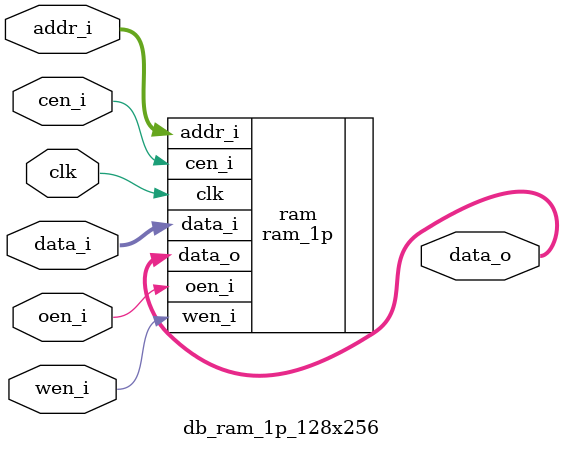
<source format=v>

`include "enc_defines.v"

module db_ram_1p_128x256 (
  clk    ,
  cen_i  ,
  oen_i  ,
  wen_i  ,
  addr_i ,
  data_i ,
  data_o
);

//*** PARAMETER DECLARATION ****************************************************

  parameter Word_Width = 128 ;
  parameter Addr_Width = 8   ;


//*** INPUT/OUTPUT DECLARATION *************************************************

  input                     clk    ;
  input                     cen_i  ;
  input                     oen_i  ;
  input                     wen_i  ;
  input   [Addr_Width-1:0]  addr_i ;
  input   [Word_Width-1:0]  data_i ;
  output  [Word_Width-1:0]  data_o ;


//*** MAIN BODY ****************************************************************

  ram_1p #(
    .Addr_Width    ( Addr_Width    ),
    .Word_Width    ( Word_Width    )
  ) ram (                          
    .clk           ( clk           ),
    .cen_i         ( cen_i         ),
    .oen_i         ( oen_i         ),
    .wen_i         ( wen_i         ),
    .addr_i        ( addr_i        ),
    .data_i        ( data_i        ),
    .data_o        ( data_o        )
    );


endmodule

</source>
